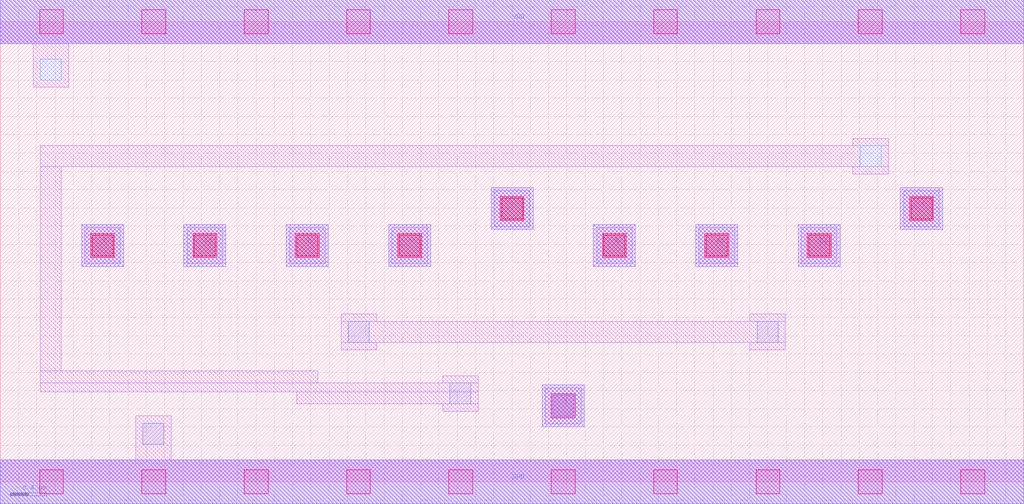
<source format=lef>
MACRO AAOAOI22121
 CLASS CORE ;
 FOREIGN AAOAOI22121 0 0 ;
 SIZE 11.200000000000001 BY 5.04 ;
 ORIGIN 0 0 ;
 SYMMETRY X Y R90 ;
 SITE unit ;
  PIN VDD
   DIRECTION INOUT ;
   USE POWER ;
   SHAPE ABUTMENT ;
    PORT
     CLASS CORE ;
       LAYER met1 ;
        RECT 0.00000000 4.80000000 11.20000000 5.28000000 ;
       LAYER met2 ;
        RECT 0.00000000 4.80000000 11.20000000 5.28000000 ;
    END
  END VDD

  PIN GND
   DIRECTION INOUT ;
   USE POWER ;
   SHAPE ABUTMENT ;
    PORT
     CLASS CORE ;
       LAYER met1 ;
        RECT 0.00000000 -0.24000000 11.20000000 0.24000000 ;
       LAYER met2 ;
        RECT 0.00000000 -0.24000000 11.20000000 0.24000000 ;
    END
  END GND

  PIN Y
   DIRECTION INOUT ;
   USE SIGNAL ;
   SHAPE ABUTMENT ;
    PORT
     CLASS CORE ;
       LAYER met2 ;
        RECT 5.93000000 0.60200000 6.39000000 1.06200000 ;
    END
  END Y

  PIN B1
   DIRECTION INOUT ;
   USE SIGNAL ;
   SHAPE ABUTMENT ;
    PORT
     CLASS CORE ;
       LAYER met2 ;
        RECT 8.73000000 2.35700000 9.19000000 2.81700000 ;
    END
  END B1

  PIN D
   DIRECTION INOUT ;
   USE SIGNAL ;
   SHAPE ABUTMENT ;
    PORT
     CLASS CORE ;
       LAYER met2 ;
        RECT 3.13000000 2.35700000 3.59000000 2.81700000 ;
    END
  END D

  PIN A
   DIRECTION INOUT ;
   USE SIGNAL ;
   SHAPE ABUTMENT ;
    PORT
     CLASS CORE ;
       LAYER met2 ;
        RECT 6.49000000 2.35700000 6.95000000 2.81700000 ;
    END
  END A

  PIN D1
   DIRECTION INOUT ;
   USE SIGNAL ;
   SHAPE ABUTMENT ;
    PORT
     CLASS CORE ;
       LAYER met2 ;
        RECT 2.01000000 2.35700000 2.47000000 2.81700000 ;
    END
  END D1

  PIN A1
   DIRECTION INOUT ;
   USE SIGNAL ;
   SHAPE ABUTMENT ;
    PORT
     CLASS CORE ;
       LAYER met2 ;
        RECT 7.61000000 2.35700000 8.07000000 2.81700000 ;
    END
  END A1

  PIN B
   DIRECTION INOUT ;
   USE SIGNAL ;
   SHAPE ABUTMENT ;
    PORT
     CLASS CORE ;
       LAYER met2 ;
        RECT 5.37000000 2.76200000 5.83000000 3.22200000 ;
       LAYER met2 ;
        RECT 9.85000000 2.76200000 10.31000000 3.22200000 ;
    END
  END B

  PIN C
   DIRECTION INOUT ;
   USE SIGNAL ;
   SHAPE ABUTMENT ;
    PORT
     CLASS CORE ;
       LAYER met2 ;
        RECT 4.25000000 2.35700000 4.71000000 2.81700000 ;
    END
  END C

  PIN E
   DIRECTION INOUT ;
   USE SIGNAL ;
   SHAPE ABUTMENT ;
    PORT
     CLASS CORE ;
       LAYER met2 ;
        RECT 0.89000000 2.35700000 1.35000000 2.81700000 ;
    END
  END E

 OBS
    LAYER polycont ;
     RECT 1.00500000 2.47200000 1.23500000 2.70200000 ;
     RECT 2.12500000 2.47200000 2.35500000 2.70200000 ;
     RECT 3.24500000 2.47200000 3.47500000 2.70200000 ;
     RECT 4.36500000 2.47200000 4.59500000 2.70200000 ;
     RECT 6.60500000 2.47200000 6.83500000 2.70200000 ;
     RECT 7.72500000 2.47200000 7.95500000 2.70200000 ;
     RECT 8.84500000 2.47200000 9.07500000 2.70200000 ;
     RECT 5.48500000 2.87700000 5.71500000 3.10700000 ;
     RECT 9.96500000 2.87700000 10.19500000 3.10700000 ;

    LAYER pdiffc ;
     RECT 9.41000000 3.45000000 9.64000000 3.68000000 ;
     RECT 0.44000000 4.40000000 0.67000000 4.63000000 ;

    LAYER ndiffc ;
     RECT 1.56000000 0.41000000 1.79000000 0.64000000 ;
     RECT 6.04500000 0.71700000 6.27500000 0.94700000 ;
     RECT 4.92000000 0.85200000 5.15000000 1.08200000 ;
     RECT 3.81000000 1.52700000 4.04000000 1.75700000 ;
     RECT 8.28000000 1.52700000 8.51000000 1.75700000 ;

    LAYER met1 ;
     RECT 0.00000000 -0.24000000 11.20000000 0.24000000 ;
     RECT 1.48000000 0.24000000 1.87000000 0.72000000 ;
     RECT 5.96500000 0.63700000 6.35500000 1.02700000 ;
     RECT 3.73000000 1.44700000 4.12000000 1.52700000 ;
     RECT 8.20000000 1.44700000 8.59000000 1.52700000 ;
     RECT 3.73000000 1.52700000 8.59000000 1.75700000 ;
     RECT 3.73000000 1.75700000 4.12000000 1.83700000 ;
     RECT 8.20000000 1.75700000 8.59000000 1.83700000 ;
     RECT 0.92500000 2.39200000 1.31500000 2.78200000 ;
     RECT 2.04500000 2.39200000 2.43500000 2.78200000 ;
     RECT 3.16500000 2.39200000 3.55500000 2.78200000 ;
     RECT 4.28500000 2.39200000 4.67500000 2.78200000 ;
     RECT 6.52500000 2.39200000 6.91500000 2.78200000 ;
     RECT 7.64500000 2.39200000 8.03500000 2.78200000 ;
     RECT 8.76500000 2.39200000 9.15500000 2.78200000 ;
     RECT 5.40500000 2.79700000 5.79500000 3.18700000 ;
     RECT 9.88500000 2.79700000 10.27500000 3.18700000 ;
     RECT 4.84000000 0.77200000 5.23000000 0.85200000 ;
     RECT 3.24500000 0.85200000 5.23000000 0.98700000 ;
     RECT 0.44000000 0.98700000 5.23000000 1.08200000 ;
     RECT 4.84000000 1.08200000 5.23000000 1.16200000 ;
     RECT 0.44000000 1.08200000 3.47500000 1.21700000 ;
     RECT 0.44000000 1.21700000 0.67000000 3.45000000 ;
     RECT 9.33000000 3.37000000 9.72000000 3.45000000 ;
     RECT 0.44000000 3.45000000 9.72000000 3.68000000 ;
     RECT 9.33000000 3.68000000 9.72000000 3.76000000 ;
     RECT 0.36000000 4.32000000 0.75000000 4.80000000 ;
     RECT 0.00000000 4.80000000 11.20000000 5.28000000 ;

    LAYER via1 ;
     RECT 0.43000000 -0.13000000 0.69000000 0.13000000 ;
     RECT 1.55000000 -0.13000000 1.81000000 0.13000000 ;
     RECT 2.67000000 -0.13000000 2.93000000 0.13000000 ;
     RECT 3.79000000 -0.13000000 4.05000000 0.13000000 ;
     RECT 4.91000000 -0.13000000 5.17000000 0.13000000 ;
     RECT 6.03000000 -0.13000000 6.29000000 0.13000000 ;
     RECT 7.15000000 -0.13000000 7.41000000 0.13000000 ;
     RECT 8.27000000 -0.13000000 8.53000000 0.13000000 ;
     RECT 9.39000000 -0.13000000 9.65000000 0.13000000 ;
     RECT 10.51000000 -0.13000000 10.77000000 0.13000000 ;
     RECT 6.03000000 0.70200000 6.29000000 0.96200000 ;
     RECT 0.99000000 2.45700000 1.25000000 2.71700000 ;
     RECT 2.11000000 2.45700000 2.37000000 2.71700000 ;
     RECT 3.23000000 2.45700000 3.49000000 2.71700000 ;
     RECT 4.35000000 2.45700000 4.61000000 2.71700000 ;
     RECT 6.59000000 2.45700000 6.85000000 2.71700000 ;
     RECT 7.71000000 2.45700000 7.97000000 2.71700000 ;
     RECT 8.83000000 2.45700000 9.09000000 2.71700000 ;
     RECT 5.47000000 2.86200000 5.73000000 3.12200000 ;
     RECT 9.95000000 2.86200000 10.21000000 3.12200000 ;
     RECT 0.43000000 4.91000000 0.69000000 5.17000000 ;
     RECT 1.55000000 4.91000000 1.81000000 5.17000000 ;
     RECT 2.67000000 4.91000000 2.93000000 5.17000000 ;
     RECT 3.79000000 4.91000000 4.05000000 5.17000000 ;
     RECT 4.91000000 4.91000000 5.17000000 5.17000000 ;
     RECT 6.03000000 4.91000000 6.29000000 5.17000000 ;
     RECT 7.15000000 4.91000000 7.41000000 5.17000000 ;
     RECT 8.27000000 4.91000000 8.53000000 5.17000000 ;
     RECT 9.39000000 4.91000000 9.65000000 5.17000000 ;
     RECT 10.51000000 4.91000000 10.77000000 5.17000000 ;

    LAYER met2 ;
     RECT 0.00000000 -0.24000000 11.20000000 0.24000000 ;
     RECT 5.93000000 0.60200000 6.39000000 1.06200000 ;
     RECT 0.89000000 2.35700000 1.35000000 2.81700000 ;
     RECT 2.01000000 2.35700000 2.47000000 2.81700000 ;
     RECT 3.13000000 2.35700000 3.59000000 2.81700000 ;
     RECT 4.25000000 2.35700000 4.71000000 2.81700000 ;
     RECT 6.49000000 2.35700000 6.95000000 2.81700000 ;
     RECT 7.61000000 2.35700000 8.07000000 2.81700000 ;
     RECT 8.73000000 2.35700000 9.19000000 2.81700000 ;
     RECT 5.37000000 2.76200000 5.83000000 3.22200000 ;
     RECT 9.85000000 2.76200000 10.31000000 3.22200000 ;
     RECT 0.00000000 4.80000000 11.20000000 5.28000000 ;

 END
END AAOAOI22121

</source>
